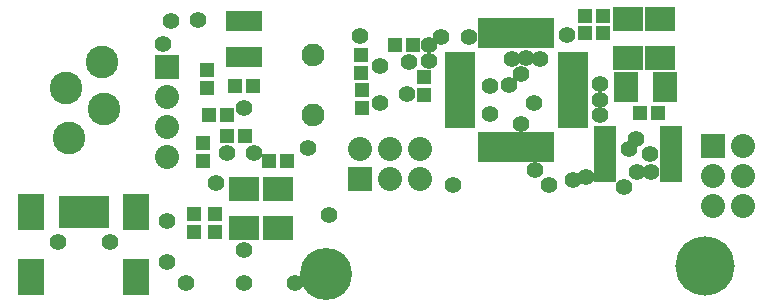
<source format=gts>
G04 (created by PCBNEW-RS274X (2011-11-27 BZR 3249)-stable) date 26/12/2011 7:02:06 p.m.*
G01*
G70*
G90*
%MOIN*%
G04 Gerber Fmt 3.4, Leading zero omitted, Abs format*
%FSLAX34Y34*%
G04 APERTURE LIST*
%ADD10C,0.006000*%
%ADD11C,0.197500*%
%ADD12C,0.173900*%
%ADD13C,0.108600*%
%ADD14C,0.076000*%
%ADD15R,0.080000X0.080000*%
%ADD16C,0.080000*%
%ADD17C,0.055400*%
%ADD18R,0.085600X0.118400*%
%ADD19R,0.039700X0.110600*%
%ADD20R,0.051500X0.045000*%
%ADD21R,0.100000X0.080000*%
%ADD22R,0.080000X0.100000*%
%ADD23R,0.120000X0.070000*%
%ADD24R,0.075000X0.037000*%
%ADD25R,0.098700X0.037700*%
%ADD26R,0.037700X0.098700*%
%ADD27R,0.045000X0.051500*%
%ADD28C,0.055000*%
G04 APERTURE END LIST*
G54D10*
G54D11*
X23478Y-08982D03*
G54D12*
X10828Y-09232D03*
G54D13*
X02166Y-03053D03*
G54D14*
X10398Y-03932D03*
X10398Y-01932D03*
G54D15*
X11978Y-06092D03*
G54D16*
X11978Y-05092D03*
X12978Y-06092D03*
X12978Y-05092D03*
X13978Y-06092D03*
X13978Y-05092D03*
G54D15*
X05538Y-02352D03*
G54D16*
X05538Y-03352D03*
X05538Y-04352D03*
X05538Y-05352D03*
G54D17*
X03622Y-08169D03*
X01890Y-08169D03*
G54D18*
X04488Y-09350D03*
X01004Y-09350D03*
X04508Y-07185D03*
X01004Y-07185D03*
G54D19*
X02756Y-07185D03*
X02441Y-07185D03*
X02126Y-07185D03*
X03071Y-07185D03*
X03386Y-07185D03*
G54D13*
X02264Y-04726D03*
X03445Y-03742D03*
X03347Y-02167D03*
G54D20*
X06418Y-07842D03*
X06418Y-07242D03*
X07138Y-07842D03*
X07138Y-07242D03*
G54D21*
X08088Y-07702D03*
X08088Y-06402D03*
X09238Y-07702D03*
X09238Y-06402D03*
G54D22*
X20838Y-03022D03*
X22138Y-03022D03*
G54D21*
X21968Y-00752D03*
X21968Y-02052D03*
X20908Y-00752D03*
X20908Y-02052D03*
G54D15*
X23728Y-04982D03*
G54D16*
X24728Y-04982D03*
X23728Y-05982D03*
X24728Y-05982D03*
X23728Y-06982D03*
X24728Y-06982D03*
G54D23*
X08098Y-00822D03*
X08098Y-02022D03*
G54D24*
X20128Y-04472D03*
X20128Y-04722D03*
X20128Y-04982D03*
X20128Y-05232D03*
X20128Y-05492D03*
X20128Y-05747D03*
X20128Y-06002D03*
X22328Y-06002D03*
X22328Y-05747D03*
X22328Y-05492D03*
X22328Y-05232D03*
X22328Y-04977D03*
X22328Y-04722D03*
X22328Y-04467D03*
G54D25*
X15282Y-04215D03*
X15282Y-03900D03*
X15282Y-03585D03*
X15282Y-03270D03*
X15282Y-02955D03*
X15282Y-02640D03*
X15282Y-02325D03*
X15282Y-02010D03*
X19048Y-02012D03*
X19048Y-04222D03*
X19048Y-03902D03*
X19048Y-03582D03*
X19048Y-03272D03*
X19048Y-02952D03*
X19048Y-02642D03*
X19048Y-02322D03*
G54D26*
X16066Y-01222D03*
X16380Y-01222D03*
X16696Y-01222D03*
X17010Y-01222D03*
X17326Y-01222D03*
X17640Y-01222D03*
X17956Y-01222D03*
X18270Y-01222D03*
X16068Y-05002D03*
X16378Y-05002D03*
X16698Y-05002D03*
X17008Y-05002D03*
X17318Y-05002D03*
X17638Y-05002D03*
X17958Y-05002D03*
X18278Y-05002D03*
G54D27*
X20078Y-00642D03*
X19478Y-00642D03*
X20078Y-01212D03*
X19478Y-01212D03*
G54D20*
X06718Y-05472D03*
X06718Y-04872D03*
G54D27*
X07538Y-03952D03*
X06938Y-03952D03*
X09518Y-05482D03*
X08918Y-05482D03*
X08138Y-04652D03*
X07538Y-04652D03*
G54D20*
X12018Y-03722D03*
X12018Y-03122D03*
G54D27*
X07798Y-02972D03*
X08398Y-02972D03*
G54D20*
X06858Y-02432D03*
X06858Y-03032D03*
X12008Y-01932D03*
X12008Y-02532D03*
G54D27*
X13118Y-01622D03*
X13718Y-01622D03*
X21288Y-03872D03*
X21888Y-03872D03*
G54D20*
X14098Y-02672D03*
X14098Y-03272D03*
G54D28*
X16308Y-03902D03*
X16308Y-02972D03*
X11978Y-01302D03*
X19976Y-02898D03*
X18878Y-01282D03*
X19978Y-03962D03*
X17958Y-02082D03*
X17318Y-02592D03*
X17328Y-04232D03*
X21638Y-05232D03*
X19048Y-06112D03*
X17788Y-05772D03*
X21668Y-05842D03*
X13588Y-02172D03*
X17018Y-02082D03*
X14268Y-01612D03*
X21178Y-04732D03*
X20758Y-06342D03*
X06558Y-00792D03*
X09788Y-09532D03*
X05528Y-08862D03*
X15078Y-06282D03*
X08088Y-09552D03*
X19488Y-06002D03*
X05518Y-07472D03*
X08088Y-03712D03*
X17758Y-03542D03*
X14248Y-02132D03*
X18258Y-06292D03*
X13528Y-03262D03*
X05658Y-00812D03*
X19978Y-03452D03*
X16928Y-02952D03*
X06178Y-09542D03*
X15598Y-01362D03*
X08088Y-08462D03*
X05408Y-01582D03*
X10937Y-07264D03*
X14658Y-01362D03*
X08425Y-05221D03*
X17488Y-02062D03*
X10236Y-05032D03*
X12638Y-02323D03*
X12638Y-03543D03*
X21188Y-05862D03*
X20928Y-05092D03*
X07528Y-05212D03*
X07168Y-06202D03*
M02*

</source>
